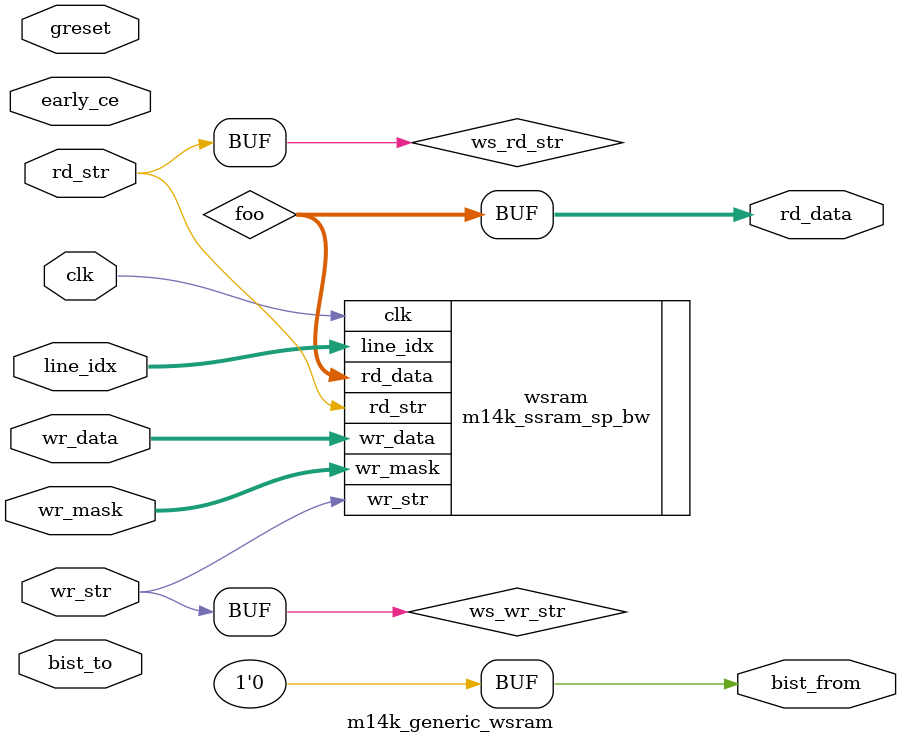
<source format=v>




// Comments for verilint...Some of this module is encapsulated in synopsys translate
//  directives, so need to disable verilint unused variable warnings
//verilint 175 off   // Unused parameter
//verilint 240 off   // Unused inputC
//verilint 241 off   // Output never gets set
//verilint 528 off  

module m14k_generic_wsram (clk, greset, line_idx, wr_mask, rd_str, wr_str, wr_data, bist_to, 
                        early_ce, rd_data, bist_from);
        // Note: currently this is a WS_DEPTH x 32 array..
        // bits 31:10 are 0 all the time and doesn't matter
        // bits 9:0 change based on ASSOC
        // eventually this needs to be changed to make it a more useful array
   
	// synopsys template

	// Parameters expected to be overriden per instance
        // For wsram, ASSOC param is WS array width
	parameter	ASSOC = 2;		// Default to 2 Way Set Assoc
	parameter	WAYSIZE = 3;	// Default to 3KB Size per way
	parameter	BIST_TO_WIDTH = 1;	// Bist input width
	parameter	BIST_FROM_WIDTH = 1;	// Bist output width

	// Cache specific calculated parameters
	parameter	WS_SIZE = (8 * 4 * WAYSIZE * 1024 / 16);
	parameter	WS_DEPTH = 6+((WAYSIZE==16) ? 4 :
					      (WAYSIZE==8) ? 3 :
					      (WAYSIZE==4) ? 2 : 
					      (WAYSIZE==2) ? 1 : 0 );

	// Cache specific parameters By definition
	parameter	BYTES = WS_SIZE;		// Total bytes in Sram
	parameter	BITS_PER_BYTE = 1;		// Minumum Write-selectable unit
                                                        //   1 in this case because we need ability
                                                        //   to write to each bit
	parameter	BYTES_PER_WORD = ASSOC;		// Word size in write units
        parameter 	WORDS_PER_LINE = 1;	        // Line is read unit
	parameter 	WORD_IDX_SIZE = 1;                  // Number of address bits to select word
	parameter	LINE_IDX_SIZE = WS_DEPTH;	// Number of address bits needed

	// Computed parameters
	parameter	BITS_PER_WORD = BITS_PER_BYTE * BYTES_PER_WORD;
	parameter	WORD_WIDTH = BITS_PER_BYTE * BYTES_PER_WORD;
	parameter 	BYTES_PER_LINE = BYTES_PER_WORD * WORDS_PER_LINE;
	parameter	LINE_WIDTH = WORD_WIDTH * WORDS_PER_LINE;

	/* Inputs */
	input 					clk;		// Clock
	input					greset;
	input [LINE_IDX_SIZE-1:0]			line_idx;	// Read/Write Array Index
	input [BYTES_PER_LINE-1:0]		wr_mask;	// Byte Write Mask
	input 					rd_str;		// Read Strobe
	input 					wr_str;	        // Write Strobe
	input [WORD_WIDTH-1:0] 			wr_data;		// Data for Write
	input [BIST_TO_WIDTH-1:0] 		bist_to;		// Bist input bus

	/* Outputs */
	output [LINE_WIDTH-1:0] 			rd_data;		// Output from read
	output [BIST_FROM_WIDTH-1:0] 		bist_from;	// Bist output bus

        input                                   early_ce;
	// workaround for verilint bug
	wire [LINE_WIDTH-1:0] 			foo;
	wire [LINE_WIDTH-1:0] 			rd_data = foo;

	wire [WORDS_PER_LINE-1:0]		ws_rd_str = {WORDS_PER_LINE{rd_str}};
	wire [WORDS_PER_LINE-1:0]		ws_wr_str = {WORDS_PER_LINE{wr_str}};

   //
   //  Ram Arrays
   //  Here the cache implementor should instatiate his/her own srams and possibly ram bist logic
   //
   //  WSRam Bit Usage:
   //  [5:0] = lru   
   //  [9:6] = dirty (dcache only)
   //  ------
   //  LRU: 1-way      N/A
   //       2-way      [2]
   //       3-way      [5,2,1]
   //       4-way      [5:0]
   //  Dirty: 1-way    [6]
   //         2-way    [7:6]
   //         3-way    [8:6]
   //         4-way    [9:6]
   m14k_ssram_sp_bw #(BYTES, BITS_PER_BYTE, BYTES_PER_WORD, WORDS_PER_LINE, LINE_IDX_SIZE) wsram 
     (
      .clk( clk ),
      .line_idx( line_idx ),
      .wr_mask( wr_mask ),
      .rd_str( ws_rd_str ),
      .wr_str( ws_wr_str ),
      .wr_data( wr_data ),
      .rd_data( foo )
      );

   // Drive bist output to static value...
   // It would really be connected if bist was present.
   wire [BIST_FROM_WIDTH-1:0] 			bist_from = {BIST_FROM_WIDTH{1'b0}};	

   wire 					hci;
   
`ifdef MIPS_WRAPPER_TB
`else
//   `M14K_CACHE_INIT_MODULE cache_hci (.hci(hci), .greset(greset));
`endif
                                                                                                                                                        
 `ifdef MIPS_SIMULATION 
 //VCS coverage off 
//

    reg InitCaches;
    initial begin
      #1;
      if (hci == 1'b1) begin
        Init;
        $display ("%m: Magic Cache WS RAM initialization @ %0t",$time);
      end
   end
    always @ (posedge greset) begin
      #1;
      if (hci == 1'b1) begin
        Init;
        $display ("%m: Magic Cache WS RAM initialization @ %0t",$time);
      end
   end

   task Init;
      integer	i, j;
      begin
	 j = 0;
	 for(i = 0; i < (BYTES / BYTES_PER_WORD); i = i + 1)
	       wsram.Write(i, j, {{18{1'bx}},{14{1'b0}}});	 
      end
   endtask

	task Read;
		input [LINE_IDX_SIZE-1:0] line_idx;
		output [LINE_WIDTH-1:0] rd_data;
		
		begin
		wsram.Read(line_idx, rd_data);
		end
	endtask // Read
	
	task Write;
		input [LINE_IDX_SIZE-1:0] line_idx;
		input [WORD_IDX_SIZE-1:0] WordIdx;
		input [WORD_WIDTH-1:0] wr_data;
		
		begin
		wsram.Write(line_idx, WordIdx, wr_data);
		end
	endtask // Read
 //VCS coverage on  
 `endif 
//

//verilint 175 on   // Unused parameter
//verilint 240 on   // Unused inputC
//verilint 241 on   // Output never gets set
//verilint 528 on  
endmodule 


</source>
